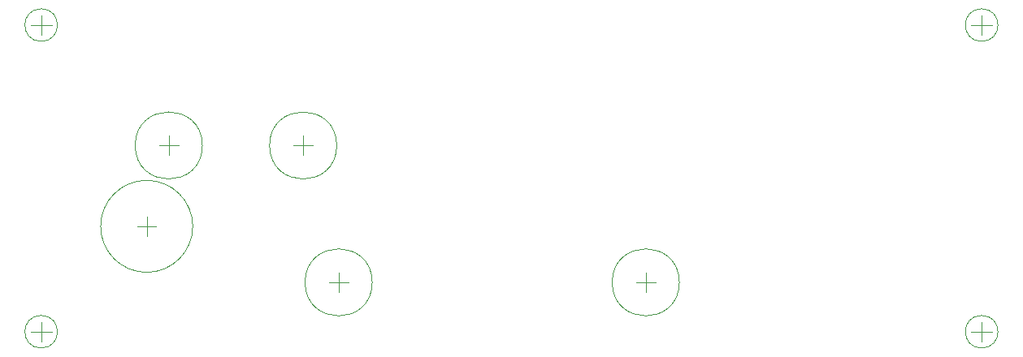
<source format=gbr>
G04 #@! TF.GenerationSoftware,KiCad,Pcbnew,(6.0.10)*
G04 #@! TF.CreationDate,2023-08-09T07:30:24+00:00*
G04 #@! TF.ProjectId,HL2IO_endcap,484c3249-4f5f-4656-9e64-6361702e6b69,2.1*
G04 #@! TF.SameCoordinates,PX2e593c0PY56057c0*
G04 #@! TF.FileFunction,OtherDrawing,Comment*
%FSLAX46Y46*%
G04 Gerber Fmt 4.6, Leading zero omitted, Abs format (unit mm)*
G04 Created by KiCad (PCBNEW (6.0.10)) date 2023-08-09 07:30:24*
%MOMM*%
%LPD*%
G01*
G04 APERTURE LIST*
%ADD10C,0.100000*%
%ADD11C,0.120000*%
G04 APERTURE END LIST*
D10*
X35000000Y10150000D02*
X35000000Y8150000D01*
X67000000Y10150000D02*
X67000000Y8150000D01*
X15000000Y14000000D02*
X15000000Y16000000D01*
X14000000Y15000000D02*
X16000000Y15000000D01*
X34000000Y9150000D02*
X36000000Y9150000D01*
X66000000Y9150000D02*
X68000000Y9150000D01*
X70500000Y9150000D02*
G75*
G03*
X70500000Y9150000I-3500000J0D01*
G01*
X19800000Y15000000D02*
G75*
G03*
X19800000Y15000000I-4800000J0D01*
G01*
X38500000Y9150000D02*
G75*
G03*
X38500000Y9150000I-3500000J0D01*
G01*
X103100000Y4000000D02*
X100900000Y4000000D01*
X102000000Y4000000D02*
X102000000Y5000000D01*
X102000000Y4000000D02*
X102000000Y3000000D01*
X102000000Y2300000D02*
G75*
G03*
X102000000Y5700000I0J1700000D01*
G01*
X102000000Y5700000D02*
G75*
G03*
X102000000Y2300000I0J-1700000D01*
G01*
X5100000Y4000000D02*
X2900000Y4000000D01*
X4000000Y4000000D02*
X4000000Y3000000D01*
X4000000Y4000000D02*
X4000000Y5000000D01*
X4000000Y5700000D02*
G75*
G03*
X4000000Y2300000I0J-1700000D01*
G01*
X4000000Y2300000D02*
G75*
G03*
X4000000Y5700000I0J1700000D01*
G01*
X4000000Y36000000D02*
X4000000Y37000000D01*
X4000000Y36000000D02*
X4000000Y35000000D01*
X5100000Y36000000D02*
X2900000Y36000000D01*
X4000000Y37700000D02*
G75*
G03*
X4000000Y34300000I0J-1700000D01*
G01*
X4000000Y34300000D02*
G75*
G03*
X4000000Y37700000I0J1700000D01*
G01*
X103100000Y36000000D02*
X100900000Y36000000D01*
X102000000Y36000000D02*
X102000000Y37000000D01*
X102000000Y36000000D02*
X102000000Y35000000D01*
X102000000Y37700000D02*
G75*
G03*
X102000000Y34300000I0J-1700000D01*
G01*
X102000000Y34300000D02*
G75*
G03*
X102000000Y37700000I0J1700000D01*
G01*
D11*
X17300000Y24435000D02*
X17300000Y22435000D01*
X16300000Y23435000D02*
X18300000Y23435000D01*
X20800000Y23435000D02*
G75*
G03*
X20800000Y23435000I-3500000J0D01*
G01*
X31300000Y24435000D02*
X31300000Y22435000D01*
X30300000Y23435000D02*
X32300000Y23435000D01*
X34800000Y23435000D02*
G75*
G03*
X34800000Y23435000I-3500000J0D01*
G01*
M02*

</source>
